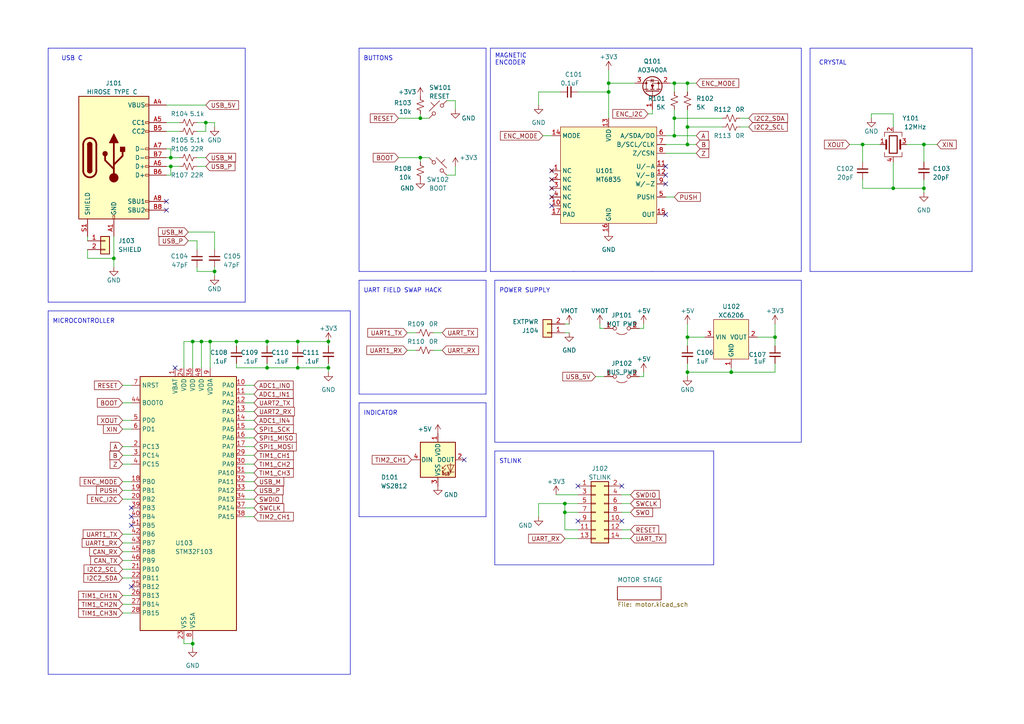
<source format=kicad_sch>
(kicad_sch (version 20230221) (generator eeschema)
  (paper "A4")
  (title_block (title "easyESC-STM32F103-encoded") (date "2023-03-11") (rev "1.0") (company "matei repair lab"))
  (lib_symbols
    (symbol "Connector:USB_C_Receptacle_USB2.0" (pin_names (offset 1.016))
      (property "Reference" "J" (at -10.16 19.05 0))
      (property "Value" "USB_C_Receptacle_USB2.0" (at 19.05 19.05 0))
      (symbol "USB_C_Receptacle_USB2.0_1_1"
        (pin passive line (at 0 -22.86 90) (length 5.08) (name "GND") (number "A1"))
        (pin passive line (at 0 -22.86 90) (length 5.08) hide (name "GND") (number "A12"))
        (pin passive line (at 15.24 15.24 180) (length 5.08) (name "VBUS") (number "A4"))
        (pin bidirectional line (at 15.24 10.16 180) (length 5.08) (name "CC1") (number "A5"))
        (pin bidirectional line (at 15.24 -2.54 180) (length 5.08) (name "D+") (number "A6"))
        (pin bidirectional line (at 15.24 2.54 180) (length 5.08) (name "D-") (number "A7"))
        (pin bidirectional line (at 15.24 -12.7 180) (length 5.08) (name "SBU1") (number "A8"))
        (pin passive line (at 15.24 15.24 180) (length 5.08) hide (name "VBUS") (number "A9"))
        (pin passive line (at 0 -22.86 90) (length 5.08) hide (name "GND") (number "B1"))
        (pin passive line (at 0 -22.86 90) (length 5.08) hide (name "GND") (number "B12"))
        (pin passive line (at 15.24 15.24 180) (length 5.08) hide (name "VBUS") (number "B4"))
        (pin bidirectional line (at 15.24 7.62 180) (length 5.08) (name "CC2") (number "B5"))
        (pin bidirectional line (at 15.24 -5.08 180) (length 5.08) (name "D+") (number "B6"))
        (pin bidirectional line (at 15.24 0 180) (length 5.08) (name "D-") (number "B7"))
        (pin bidirectional line (at 15.24 -15.24 180) (length 5.08) (name "SBU2") (number "B8"))
        (pin passive line (at 15.24 15.24 180) (length 5.08) hide (name "VBUS") (number "B9"))
        (pin passive line (at -7.62 -22.86 90) (length 5.08) (name "SHIELD") (number "S1"))
      )
    )
    (symbol "Connector_Generic:Conn_01x02" (pin_names (offset 1.016) hide)
      (property "Reference" "J" (at 0 2.54 0))
      (property "Value" "Conn_01x02" (at 0 -5.08 0))
      (symbol "Conn_01x02_1_1"
        (pin passive line (at -5.08 0 0) (length 3.81) (name "Pin_1") (number "1"))
        (pin passive line (at -5.08 -2.54 0) (length 3.81) (name "Pin_2") (number "2"))
      )
    )
    (symbol "Connector_Generic:Conn_02x07_Odd_Even" (pin_names (offset 1.016) hide)
      (property "Reference" "J" (at 1.27 10.16 0))
      (property "Value" "Conn_02x07_Odd_Even" (at 1.27 -10.16 0))
      (symbol "Conn_02x07_Odd_Even_1_1"
        (pin passive line (at -5.08 7.62 0) (length 3.81) (name "Pin_1") (number "1"))
        (pin passive line (at 7.62 -2.54 180) (length 3.81) (name "Pin_10") (number "10"))
        (pin passive line (at -5.08 -5.08 0) (length 3.81) (name "Pin_11") (number "11"))
        (pin passive line (at 7.62 -5.08 180) (length 3.81) (name "Pin_12") (number "12"))
        (pin passive line (at -5.08 -7.62 0) (length 3.81) (name "Pin_13") (number "13"))
        (pin passive line (at 7.62 -7.62 180) (length 3.81) (name "Pin_14") (number "14"))
        (pin passive line (at 7.62 7.62 180) (length 3.81) (name "Pin_2") (number "2"))
        (pin passive line (at -5.08 5.08 0) (length 3.81) (name "Pin_3") (number "3"))
        (pin passive line (at 7.62 5.08 180) (length 3.81) (name "Pin_4") (number "4"))
        (pin passive line (at -5.08 2.54 0) (length 3.81) (name "Pin_5") (number "5"))
        (pin passive line (at 7.62 2.54 180) (length 3.81) (name "Pin_6") (number "6"))
        (pin passive line (at -5.08 0 0) (length 3.81) (name "Pin_7") (number "7"))
        (pin passive line (at 7.62 0 180) (length 3.81) (name "Pin_8") (number "8"))
        (pin passive line (at -5.08 -2.54 0) (length 3.81) (name "Pin_9") (number "9"))
      )
    )
    (symbol "Device:C_Small" (pin_numbers hide) (pin_names (offset 0.254) hide)
      (property "Reference" "C" (at 0.254 1.778 0))
      (property "Value" "C_Small" (at 0.254 -2.032 0))
      (symbol "C_Small_1_1"
        (pin passive line (at 0 2.54 270) (length 2.032) (name "~") (number "1"))
        (pin passive line (at 0 -2.54 90) (length 2.032) (name "~") (number "2"))
      )
    )
    (symbol "Device:Crystal_GND24" (pin_names (offset 1.016) hide)
      (property "Reference" "Y" (at 3.175 5.08 0))
      (property "Value" "Crystal_GND24" (at 3.175 3.175 0))
      (symbol "Crystal_GND24_1_1"
        (pin passive line (at -3.81 0 0) (length 1.27) (name "1") (number "1"))
        (pin passive line (at 0 5.08 270) (length 1.27) (name "2") (number "2"))
        (pin passive line (at 3.81 0 180) (length 1.27) (name "3") (number "3"))
        (pin passive line (at 0 -5.08 90) (length 1.27) (name "4") (number "4"))
      )
    )
    (symbol "Device:R_Small_US" (pin_numbers hide) (pin_names (offset 0.254) hide)
      (property "Reference" "R" (at 0.762 0.508 0))
      (property "Value" "R_Small_US" (at 0.762 -1.016 0))
      (symbol "R_Small_US_1_1"
        (pin passive line (at 0 2.54 270) (length 1.016) (name "~") (number "1"))
        (pin passive line (at 0 -2.54 90) (length 1.016) (name "~") (number "2"))
      )
    )
    (symbol "Jumper:Jumper_2_Open" (pin_names (offset 0) hide)
      (property "Reference" "JP" (at 0 2.794 0))
      (property "Value" "Jumper_2_Open" (at 0 -2.286 0))
      (symbol "Jumper_2_Open_1_1"
        (pin passive line (at -5.08 0 0) (length 2.54) (name "A") (number "1"))
        (pin passive line (at 5.08 0 180) (length 2.54) (name "B") (number "2"))
      )
    )
    (symbol "LED:WS2812B" (pin_names (offset 0.254))
      (property "Reference" "D" (at 5.08 5.715 0))
      (property "Value" "WS2812B" (at 1.27 -5.715 0))
      (symbol "WS2812B_0_0"
        (text "RGB" (at 2.286 -4.191 0) (effects (font (size 0.762 0.762))))
      )
      (symbol "WS2812B_1_1"
        (pin power_in line (at 0 7.62 270) (length 2.54) (name "VDD") (number "1"))
        (pin output line (at 7.62 0 180) (length 2.54) (name "DOUT") (number "2"))
        (pin power_in line (at 0 -7.62 90) (length 2.54) (name "VSS") (number "3"))
        (pin input line (at -7.62 0 0) (length 2.54) (name "DIN") (number "4"))
      )
    )
    (symbol "MCU_ST_STM32F1:STM32F103CBTx"
      (property "Reference" "U" (at -12.7 39.37 0))
      (property "Value" "STM32F103CBTx" (at 10.16 39.37 0))
      (symbol "STM32F103CBTx_1_1"
        (pin power_in line (at -2.54 40.64 270) (length 2.54) (name "VBAT") (number "1"))
        (pin bidirectional line (at 17.78 35.56 180) (length 2.54) (name "PA0") (number "10"))
        (pin bidirectional line (at 17.78 33.02 180) (length 2.54) (name "PA1") (number "11"))
        (pin bidirectional line (at 17.78 30.48 180) (length 2.54) (name "PA2") (number "12"))
        (pin bidirectional line (at 17.78 27.94 180) (length 2.54) (name "PA3") (number "13"))
        (pin bidirectional line (at 17.78 25.4 180) (length 2.54) (name "PA4") (number "14"))
        (pin bidirectional line (at 17.78 22.86 180) (length 2.54) (name "PA5") (number "15"))
        (pin bidirectional line (at 17.78 20.32 180) (length 2.54) (name "PA6") (number "16"))
        (pin bidirectional line (at 17.78 17.78 180) (length 2.54) (name "PA7") (number "17"))
        (pin bidirectional line (at -15.24 7.62 0) (length 2.54) (name "PB0") (number "18"))
        (pin bidirectional line (at -15.24 5.08 0) (length 2.54) (name "PB1") (number "19"))
        (pin bidirectional line (at -15.24 17.78 0) (length 2.54) (name "PC13") (number "2"))
        (pin bidirectional line (at -15.24 2.54 0) (length 2.54) (name "PB2") (number "20"))
        (pin bidirectional line (at -15.24 -17.78 0) (length 2.54) (name "PB10") (number "21"))
        (pin bidirectional line (at -15.24 -20.32 0) (length 2.54) (name "PB11") (number "22"))
        (pin power_in line (at 0 -38.1 90) (length 2.54) (name "VSS") (number "23"))
        (pin power_in line (at 0 40.64 270) (length 2.54) (name "VDD") (number "24"))
        (pin bidirectional line (at -15.24 -22.86 0) (length 2.54) (name "PB12") (number "25"))
        (pin bidirectional line (at -15.24 -25.4 0) (length 2.54) (name "PB13") (number "26"))
        (pin bidirectional line (at -15.24 -27.94 0) (length 2.54) (name "PB14") (number "27"))
        (pin bidirectional line (at -15.24 -30.48 0) (length 2.54) (name "PB15") (number "28"))
        (pin bidirectional line (at 17.78 15.24 180) (length 2.54) (name "PA8") (number "29"))
        (pin bidirectional line (at -15.24 15.24 0) (length 2.54) (name "PC14") (number "3"))
        (pin bidirectional line (at 17.78 12.7 180) (length 2.54) (name "PA9") (number "30"))
        (pin bidirectional line (at 17.78 10.16 180) (length 2.54) (name "PA10") (number "31"))
        (pin bidirectional line (at 17.78 7.62 180) (length 2.54) (name "PA11") (number "32"))
        (pin bidirectional line (at 17.78 5.08 180) (length 2.54) (name "PA12") (number "33"))
        (pin bidirectional line (at 17.78 2.54 180) (length 2.54) (name "PA13") (number "34"))
        (pin passive line (at 0 -38.1 90) (length 2.54) hide (name "VSS") (number "35"))
        (pin power_in line (at 2.54 40.64 270) (length 2.54) (name "VDD") (number "36"))
        (pin bidirectional line (at 17.78 0 180) (length 2.54) (name "PA14") (number "37"))
        (pin bidirectional line (at 17.78 -2.54 180) (length 2.54) (name "PA15") (number "38"))
        (pin bidirectional line (at -15.24 0 0) (length 2.54) (name "PB3") (number "39"))
        (pin bidirectional line (at -15.24 12.7 0) (length 2.54) (name "PC15") (number "4"))
        (pin bidirectional line (at -15.24 -2.54 0) (length 2.54) (name "PB4") (number "40"))
        (pin bidirectional line (at -15.24 -5.08 0) (length 2.54) (name "PB5") (number "41"))
        (pin bidirectional line (at -15.24 -7.62 0) (length 2.54) (name "PB6") (number "42"))
        (pin bidirectional line (at -15.24 -10.16 0) (length 2.54) (name "PB7") (number "43"))
        (pin input line (at -15.24 30.48 0) (length 2.54) (name "BOOT0") (number "44"))
        (pin bidirectional line (at -15.24 -12.7 0) (length 2.54) (name "PB8") (number "45"))
        (pin bidirectional line (at -15.24 -15.24 0) (length 2.54) (name "PB9") (number "46"))
        (pin passive line (at 0 -38.1 90) (length 2.54) hide (name "VSS") (number "47"))
        (pin power_in line (at 5.08 40.64 270) (length 2.54) (name "VDD") (number "48"))
        (pin bidirectional line (at -15.24 25.4 0) (length 2.54) (name "PD0") (number "5"))
        (pin bidirectional line (at -15.24 22.86 0) (length 2.54) (name "PD1") (number "6"))
        (pin input line (at -15.24 35.56 0) (length 2.54) (name "NRST") (number "7"))
        (pin power_in line (at 2.54 -38.1 90) (length 2.54) (name "VSSA") (number "8"))
        (pin power_in line (at 7.62 40.64 270) (length 2.54) (name "VDDA") (number "9"))
      )
    )
    (symbol "Switch:SW_Push_45deg" (pin_numbers hide) (pin_names (offset 1.016) hide)
      (property "Reference" "SW" (at 3.048 1.016 0))
      (property "Value" "SW_Push_45deg" (at 0 -3.81 0))
      (symbol "SW_Push_45deg_0_1"
        (pin passive line (at -2.54 2.54 0) (length 0) (name "1") (number "1"))
        (pin passive line (at 2.54 -2.54 180) (length 0) (name "2") (number "2"))
      )
    )
    (symbol "Transistor_FET:AO3400A" (pin_names hide)
      (property "Reference" "Q" (at 5.08 1.905 0))
      (property "Value" "AO3400A" (at 5.08 0 0))
      (symbol "AO3400A_1_1"
        (pin input line (at -5.08 0 0) (length 2.54) (name "G") (number "1"))
        (pin passive line (at 2.54 -5.08 90) (length 2.54) (name "S") (number "2"))
        (pin passive line (at 2.54 5.08 270) (length 2.54) (name "D") (number "3"))
      )
    )
    (symbol "matei:MT6701"
      (property "Reference" "U" (at -1.27 3.81 0))
      (symbol "MT6701_0_0"
        (pin no_connect line (at -16.51 1.27 0) (length 2.54) (name "NC") (number "1"))
        (pin unspecified line (at -16.51 -8.89 0) (length 2.54) (name "NC") (number "10"))
        (pin unspecified line (at 0 16.51 270) (length 2.54) (name "VDD") (number "13"))
        (pin unspecified line (at -16.51 11.43 0) (length 2.54) (name "MODE") (number "14"))
        (pin unspecified line (at 16.51 -11.43 180) (length 2.54) (name "OUT") (number "15"))
        (pin unspecified line (at 0 -16.51 90) (length 2.54) (name "GND") (number "16"))
        (pin unspecified line (at -16.51 -11.43 0) (length 2.54) (name "PAD") (number "17"))
        (pin no_connect line (at -16.51 -1.27 0) (length 2.54) (name "NC") (number "2"))
        (pin no_connect line (at -16.51 -3.81 0) (length 2.54) (name "NC") (number "3"))
        (pin no_connect line (at -16.51 -6.35 0) (length 2.54) (name "NC") (number "4"))
        (pin unspecified line (at 16.51 -6.35 180) (length 2.54) (name "PUSH") (number "5"))
        (pin unspecified line (at 16.51 11.43 180) (length 2.54) (name "A/SDA/DO") (number "6"))
        (pin unspecified line (at 16.51 8.89 180) (length 2.54) (name "B/SCL/CLK") (number "7"))
        (pin unspecified line (at 16.51 6.35 180) (length 2.54) (name "Z/CSN") (number "8"))
      )
      (symbol "MT6701_1_0"
        (pin unspecified line (at 16.51 2.54 180) (length 2.54) (name "U/-A") (number "11"))
        (pin unspecified line (at 16.51 0 180) (length 2.54) (name "V/-B") (number "12"))
        (pin unspecified line (at 16.51 -2.54 180) (length 2.54) (name "W/-Z") (number "9"))
      )
    )
    (symbol "matei:XC6206"
      (property "Reference" "U" (at -3.81 6.35 0))
      (property "Value" "XC6206" (at 0 2.54 0))
      (symbol "XC6206_1_1"
        (pin input line (at 0 -8.89 90) (length 2.54) (name "GND") (number "1"))
        (pin input line (at 7.62 0 180) (length 2.54) (name "VOUT") (number "2"))
        (pin input line (at -7.62 0 0) (length 2.54) (name "VIN") (number "3"))
      )
    )
    (symbol "power:+3V3" (power) (pin_names (offset 0))
      (property "Value" "+3V3" (at 0 3.556 0))
      (symbol "+3V3_1_1"
        (pin power_in line (at 0 0 90) (length 0) hide (name "+3V3") (number "1"))
      )
    )
    (symbol "power:+5V" (power) (pin_names (offset 0))
      (property "Value" "+5V" (at 0 3.556 0))
      (symbol "+5V_1_1"
        (pin power_in line (at 0 0 90) (length 0) hide (name "+5V") (number "1"))
      )
    )
    (symbol "power:GND" (power) (pin_names (offset 0))
      (property "Value" "GND" (at 0 -3.81 0))
      (symbol "GND_1_1"
        (pin power_in line (at 0 0 270) (length 0) hide (name "GND") (number "1"))
      )
    )
    (symbol "power:VMOT" (power) (pin_names (offset 0))
      (property "Value" "VMOT" (at 0 3.81 0))
      (symbol "VMOT_1_1"
        (pin power_in line (at 0 0 90) (length 0) hide (name "VMOT") (number "1"))
      )
    )
  )
  (junction (at 250.19 41.91))
  (junction (at 49.53 48.26))
  (junction (at 195.58 39.37))
  (junction (at 163.83 148.59))
  (junction (at 121.92 34.29))
  (junction (at 86.36 106.68))
  (junction (at 86.36 99.06))
  (junction (at 121.92 45.72))
  (junction (at 176.53 26.67))
  (junction (at 224.79 97.79))
  (junction (at 267.97 54.61))
  (junction (at 212.09 107.95))
  (junction (at 176.53 24.13))
  (junction (at 77.47 106.68))
  (junction (at 58.42 99.06))
  (junction (at 199.39 24.13))
  (junction (at 195.58 24.13))
  (junction (at 62.23 78.74))
  (junction (at 199.39 97.79))
  (junction (at 55.88 186.69))
  (junction (at 59.69 35.56))
  (junction (at 199.39 41.91))
  (junction (at 77.47 99.06))
  (junction (at 33.02 74.93))
  (junction (at 267.97 41.91))
  (junction (at 259.08 54.61))
  (junction (at 95.25 106.68))
  (junction (at 55.88 99.06))
  (junction (at 199.39 36.83))
  (junction (at 163.83 146.05))
  (junction (at 49.53 45.72))
  (junction (at 95.25 99.06))
  (junction (at 199.39 107.95))
  (junction (at 68.58 99.06))
  (junction (at 60.96 99.06))
  (junction (at 195.58 34.29))
  (no_connect (at 160.02 54.61))
  (no_connect (at 167.64 140.97))
  (no_connect (at 134.62 133.35))
  (no_connect (at 38.1 147.32))
  (no_connect (at 160.02 59.69))
  (no_connect (at 193.04 50.8))
  (no_connect (at 48.26 60.96))
  (no_connect (at 38.1 152.4))
  (no_connect (at 160.02 49.53))
  (no_connect (at 180.34 140.97))
  (no_connect (at 160.02 52.07))
  (no_connect (at 193.04 48.26))
  (no_connect (at 193.04 53.34))
  (no_connect (at 193.04 62.23))
  (no_connect (at 38.1 170.18))
  (no_connect (at 167.64 151.13))
  (no_connect (at 48.26 58.42))
  (no_connect (at 160.02 57.15))
  (no_connect (at 180.34 151.13))
  (no_connect (at 50.8 106.68))
  (no_connect (at 38.1 149.86))
  (wire (pts (xy 35.56 177.8) (xy 38.1 177.8)))
  (wire (pts (xy 77.47 105.41) (xy 77.47 106.68)))
  (wire (pts (xy 193.04 41.91) (xy 199.39 41.91)))
  (wire (pts (xy 71.12 124.46) (xy 73.66 124.46)))
  (wire (pts (xy 95.25 99.06) (xy 86.36 99.06)))
  (wire (pts (xy 167.64 143.51) (xy 161.29 143.51)))
  (wire (pts (xy 86.36 99.06) (xy 77.47 99.06)))
  (wire (pts (xy 193.04 39.37) (xy 195.58 39.37)))
  (wire (pts (xy 68.58 105.41) (xy 68.58 106.68)))
  (wire (pts (xy 71.12 142.24) (xy 73.66 142.24)))
  (wire (pts (xy 71.12 137.16) (xy 73.66 137.16)))
  (polyline (pts (xy 142.24 13.97) (xy 232.41 13.97)))
  (wire (pts (xy 163.83 146.05) (xy 167.64 146.05)))
  (wire (pts (xy 180.34 148.59) (xy 182.88 148.59)))
  (wire (pts (xy 176.53 24.13) (xy 176.53 26.67)))
  (wire (pts (xy 267.97 41.91) (xy 267.97 46.99)))
  (wire (pts (xy 195.58 24.13) (xy 195.58 26.67)))
  (wire (pts (xy 35.56 165.1) (xy 38.1 165.1)))
  (wire (pts (xy 54.61 67.31) (xy 62.23 67.31)))
  (wire (pts (xy 71.12 134.62) (xy 73.66 134.62)))
  (wire (pts (xy 57.15 69.85) (xy 57.15 72.39)))
  (polyline (pts (xy 166.37 78.74) (xy 189.23 78.74)))
  (polyline (pts (xy 142.24 78.74) (xy 166.37 78.74)))
  (wire (pts (xy 167.64 26.67) (xy 176.53 26.67)))
  (wire (pts (xy 86.36 106.68) (xy 95.25 106.68)))
  (polyline (pts (xy 143.51 81.28) (xy 232.41 81.28)))
  (wire (pts (xy 185.42 95.25) (xy 186.69 95.25)))
  (wire (pts (xy 195.58 34.29) (xy 209.55 34.29)))
  (wire (pts (xy 35.56 172.72) (xy 38.1 172.72)))
  (wire (pts (xy 118.11 101.6) (xy 120.65 101.6)))
  (wire (pts (xy 165.1 93.98) (xy 163.83 93.98)))
  (polyline (pts (xy 189.23 78.74) (xy 232.41 78.74)))
  (wire (pts (xy 156.21 30.48) (xy 156.21 26.67)))
  (wire (pts (xy 57.15 35.56) (xy 59.69 35.56)))
  (wire (pts (xy 163.83 148.59) (xy 163.83 146.05)))
  (polyline (pts (xy 143.51 130.81) (xy 207.01 130.81)))
  (wire (pts (xy 35.56 175.26) (xy 38.1 175.26)))
  (wire (pts (xy 35.56 134.62) (xy 38.1 134.62)))
  (wire (pts (xy 58.42 99.06) (xy 55.88 99.06)))
  (wire (pts (xy 224.79 97.79) (xy 224.79 100.33)))
  (wire (pts (xy 250.19 41.91) (xy 246.38 41.91)))
  (wire (pts (xy 71.12 111.76) (xy 73.66 111.76)))
  (wire (pts (xy 77.47 106.68) (xy 86.36 106.68)))
  (wire (pts (xy 224.79 107.95) (xy 212.09 107.95)))
  (polyline (pts (xy 140.97 149.86) (xy 140.97 116.84)))
  (wire (pts (xy 58.42 99.06) (xy 58.42 106.68)))
  (wire (pts (xy 259.08 33.02) (xy 259.08 36.83)))
  (wire (pts (xy 199.39 31.75) (xy 199.39 36.83)))
  (wire (pts (xy 121.92 46.99) (xy 121.92 45.72)))
  (wire (pts (xy 71.12 139.7) (xy 73.66 139.7)))
  (polyline (pts (xy 13.97 13.97) (xy 71.12 13.97)))
  (wire (pts (xy 163.83 156.21) (xy 167.64 156.21)))
  (wire (pts (xy 157.48 39.37) (xy 160.02 39.37)))
  (wire (pts (xy 125.73 101.6) (xy 128.27 101.6)))
  (wire (pts (xy 59.69 35.56) (xy 62.23 35.56)))
  (wire (pts (xy 121.92 45.72) (xy 124.46 45.72)))
  (wire (pts (xy 129.54 50.8) (xy 132.08 50.8)))
  (wire (pts (xy 95.25 106.68) (xy 95.25 107.95)))
  (wire (pts (xy 121.92 34.29) (xy 124.46 34.29)))
  (wire (pts (xy 71.12 114.3) (xy 73.66 114.3)))
  (wire (pts (xy 95.25 105.41) (xy 95.25 106.68)))
  (polyline (pts (xy 207.01 163.83) (xy 207.01 130.81)))
  (wire (pts (xy 167.64 153.67) (xy 163.83 153.67)))
  (wire (pts (xy 86.36 99.06) (xy 86.36 100.33)))
  (wire (pts (xy 25.4 68.58) (xy 25.4 69.85)))
  (wire (pts (xy 259.08 54.61) (xy 267.97 54.61)))
  (wire (pts (xy 71.12 149.86) (xy 73.66 149.86)))
  (wire (pts (xy 163.83 148.59) (xy 167.64 148.59)))
  (wire (pts (xy 173.99 93.98) (xy 173.99 95.25)))
  (polyline (pts (xy 104.14 116.84) (xy 140.97 116.84)))
  (wire (pts (xy 189.23 33.02) (xy 189.23 31.75)))
  (wire (pts (xy 33.02 74.93) (xy 33.02 77.47)))
  (wire (pts (xy 62.23 35.56) (xy 62.23 36.83)))
  (wire (pts (xy 267.97 52.07) (xy 267.97 54.61)))
  (wire (pts (xy 49.53 50.8) (xy 49.53 48.26)))
  (wire (pts (xy 62.23 78.74) (xy 62.23 80.01)))
  (wire (pts (xy 95.25 99.06) (xy 95.25 100.33)))
  (wire (pts (xy 115.57 34.29) (xy 121.92 34.29)))
  (polyline (pts (xy 104.14 114.3) (xy 140.97 114.3)))
  (wire (pts (xy 199.39 97.79) (xy 199.39 100.33)))
  (wire (pts (xy 267.97 54.61) (xy 267.97 55.88)))
  (wire (pts (xy 262.89 41.91) (xy 267.97 41.91)))
  (wire (pts (xy 48.26 35.56) (xy 52.07 35.56)))
  (wire (pts (xy 173.99 95.25) (xy 175.26 95.25)))
  (polyline (pts (xy 281.94 78.74) (xy 281.94 13.97)))
  (wire (pts (xy 132.08 29.21) (xy 132.08 31.75)))
  (wire (pts (xy 57.15 45.72) (xy 59.69 45.72)))
  (polyline (pts (xy 104.14 81.28) (xy 104.14 114.3)))
  (wire (pts (xy 54.61 69.85) (xy 57.15 69.85)))
  (wire (pts (xy 201.93 24.13) (xy 199.39 24.13)))
  (wire (pts (xy 250.19 41.91) (xy 250.19 46.99)))
  (wire (pts (xy 252.73 33.02) (xy 252.73 34.29)))
  (wire (pts (xy 35.56 144.78) (xy 38.1 144.78)))
  (wire (pts (xy 195.58 34.29) (xy 195.58 39.37)))
  (wire (pts (xy 77.47 99.06) (xy 68.58 99.06)))
  (wire (pts (xy 35.56 162.56) (xy 38.1 162.56)))
  (wire (pts (xy 53.34 99.06) (xy 53.34 106.68)))
  (polyline (pts (xy 232.41 27.94) (xy 232.41 78.74)))
  (polyline (pts (xy 143.51 163.83) (xy 207.01 163.83)))
  (wire (pts (xy 195.58 39.37) (xy 201.93 39.37)))
  (wire (pts (xy 60.96 99.06) (xy 60.96 106.68)))
  (polyline (pts (xy 104.14 116.84) (xy 104.14 149.86)))
  (wire (pts (xy 48.26 45.72) (xy 49.53 45.72)))
  (wire (pts (xy 35.56 139.7) (xy 38.1 139.7)))
  (wire (pts (xy 35.56 124.46) (xy 38.1 124.46)))
  (wire (pts (xy 129.54 29.21) (xy 132.08 29.21)))
  (polyline (pts (xy 143.51 81.28) (xy 143.51 128.27)))
  (wire (pts (xy 259.08 33.02) (xy 252.73 33.02)))
  (polyline (pts (xy 13.97 13.97) (xy 13.97 87.63)))
  (wire (pts (xy 33.02 68.58) (xy 33.02 74.93)))
  (wire (pts (xy 68.58 99.06) (xy 68.58 100.33)))
  (polyline (pts (xy 13.97 87.63) (xy 71.12 87.63)))
  (wire (pts (xy 163.83 146.05) (xy 156.21 146.05)))
  (wire (pts (xy 212.09 106.68) (xy 212.09 107.95)))
  (wire (pts (xy 224.79 105.41) (xy 224.79 107.95)))
  (wire (pts (xy 71.12 119.38) (xy 73.66 119.38)))
  (polyline (pts (xy 13.97 90.17) (xy 13.97 195.58)))
  (wire (pts (xy 180.34 153.67) (xy 182.88 153.67)))
  (wire (pts (xy 55.88 99.06) (xy 55.88 106.68)))
  (polyline (pts (xy 232.41 13.97) (xy 232.41 27.94)))
  (wire (pts (xy 86.36 105.41) (xy 86.36 106.68)))
  (wire (pts (xy 57.15 48.26) (xy 59.69 48.26)))
  (wire (pts (xy 163.83 153.67) (xy 163.83 148.59)))
  (wire (pts (xy 57.15 78.74) (xy 62.23 78.74)))
  (wire (pts (xy 55.88 186.69) (xy 55.88 187.96)))
  (wire (pts (xy 49.53 48.26) (xy 52.07 48.26)))
  (wire (pts (xy 219.71 97.79) (xy 224.79 97.79)))
  (wire (pts (xy 199.39 109.22) (xy 199.39 107.95)))
  (wire (pts (xy 55.88 185.42) (xy 55.88 186.69)))
  (wire (pts (xy 224.79 93.98) (xy 224.79 97.79)))
  (wire (pts (xy 35.56 142.24) (xy 38.1 142.24)))
  (polyline (pts (xy 104.14 149.86) (xy 140.97 149.86)))
  (wire (pts (xy 172.72 109.22) (xy 175.26 109.22)))
  (wire (pts (xy 55.88 99.06) (xy 53.34 99.06)))
  (wire (pts (xy 250.19 41.91) (xy 255.27 41.91)))
  (wire (pts (xy 186.69 95.25) (xy 186.69 93.98)))
  (wire (pts (xy 57.15 38.1) (xy 59.69 38.1)))
  (wire (pts (xy 180.34 143.51) (xy 182.88 143.51)))
  (wire (pts (xy 250.19 52.07) (xy 250.19 54.61)))
  (wire (pts (xy 199.39 105.41) (xy 199.39 107.95)))
  (polyline (pts (xy 13.97 90.17) (xy 101.6 90.17)))
  (wire (pts (xy 35.56 121.92) (xy 38.1 121.92)))
  (wire (pts (xy 35.56 167.64) (xy 38.1 167.64)))
  (polyline (pts (xy 143.51 130.81) (xy 143.51 163.83)))
  (wire (pts (xy 48.26 43.18) (xy 49.53 43.18)))
  (wire (pts (xy 57.15 77.47) (xy 57.15 78.74)))
  (wire (pts (xy 176.53 24.13) (xy 184.15 24.13)))
  (wire (pts (xy 71.12 144.78) (xy 73.66 144.78)))
  (wire (pts (xy 176.53 26.67) (xy 176.53 34.29)))
  (wire (pts (xy 53.34 186.69) (xy 55.88 186.69)))
  (wire (pts (xy 115.57 45.72) (xy 121.92 45.72)))
  (polyline (pts (xy 140.97 78.74) (xy 140.97 13.97)))
  (wire (pts (xy 186.69 109.22) (xy 186.69 107.95)))
  (wire (pts (xy 259.08 46.99) (xy 259.08 54.61)))
  (wire (pts (xy 189.23 33.02) (xy 187.96 33.02)))
  (wire (pts (xy 132.08 50.8) (xy 132.08 48.26)))
  (wire (pts (xy 71.12 147.32) (xy 73.66 147.32)))
  (wire (pts (xy 199.39 97.79) (xy 204.47 97.79)))
  (wire (pts (xy 35.56 111.76) (xy 38.1 111.76)))
  (polyline (pts (xy 13.97 195.58) (xy 101.6 195.58)))
  (wire (pts (xy 250.19 54.61) (xy 259.08 54.61)))
  (wire (pts (xy 194.31 24.13) (xy 195.58 24.13)))
  (wire (pts (xy 199.39 93.98) (xy 199.39 97.79)))
  (wire (pts (xy 62.23 67.31) (xy 62.23 72.39)))
  (wire (pts (xy 35.56 154.94) (xy 38.1 154.94)))
  (wire (pts (xy 77.47 99.06) (xy 77.47 100.33)))
  (polyline (pts (xy 142.24 46.99) (xy 142.24 13.97)))
  (wire (pts (xy 60.96 99.06) (xy 58.42 99.06)))
  (wire (pts (xy 212.09 107.95) (xy 199.39 107.95)))
  (wire (pts (xy 199.39 24.13) (xy 199.39 26.67)))
  (wire (pts (xy 121.92 33.02) (xy 121.92 34.29)))
  (wire (pts (xy 214.63 34.29) (xy 217.17 34.29)))
  (wire (pts (xy 49.53 43.18) (xy 49.53 45.72)))
  (wire (pts (xy 48.26 48.26) (xy 49.53 48.26)))
  (wire (pts (xy 180.34 146.05) (xy 182.88 146.05)))
  (wire (pts (xy 35.56 129.54) (xy 38.1 129.54)))
  (wire (pts (xy 156.21 26.67) (xy 162.56 26.67)))
  (wire (pts (xy 71.12 116.84) (xy 73.66 116.84)))
  (wire (pts (xy 118.11 96.52) (xy 120.65 96.52)))
  (polyline (pts (xy 104.14 13.97) (xy 140.97 13.97)))
  (wire (pts (xy 71.12 121.92) (xy 73.66 121.92)))
  (wire (pts (xy 195.58 31.75) (xy 195.58 34.29)))
  (polyline (pts (xy 142.24 46.99) (xy 142.24 78.74)))
  (wire (pts (xy 48.26 30.48) (xy 59.69 30.48)))
  (wire (pts (xy 62.23 77.47) (xy 62.23 78.74)))
  (wire (pts (xy 199.39 36.83) (xy 209.55 36.83)))
  (polyline (pts (xy 104.14 13.97) (xy 104.14 78.74)))
  (polyline (pts (xy 71.12 87.63) (xy 71.12 13.97)))
  (wire (pts (xy 49.53 45.72) (xy 52.07 45.72)))
  (polyline (pts (xy 140.97 114.3) (xy 140.97 81.28)))
  (wire (pts (xy 71.12 129.54) (xy 73.66 129.54)))
  (wire (pts (xy 176.53 20.32) (xy 176.53 24.13)))
  (wire (pts (xy 35.56 157.48) (xy 38.1 157.48)))
  (wire (pts (xy 35.56 116.84) (xy 38.1 116.84)))
  (wire (pts (xy 193.04 57.15) (xy 195.58 57.15)))
  (wire (pts (xy 25.4 74.93) (xy 33.02 74.93)))
  (wire (pts (xy 193.04 44.45) (xy 201.93 44.45)))
  (wire (pts (xy 68.58 106.68) (xy 77.47 106.68)))
  (wire (pts (xy 185.42 109.22) (xy 186.69 109.22)))
  (wire (pts (xy 48.26 38.1) (xy 52.07 38.1)))
  (polyline (pts (xy 104.14 81.28) (xy 140.97 81.28)))
  (wire (pts (xy 214.63 36.83) (xy 217.17 36.83)))
  (wire (pts (xy 199.39 41.91) (xy 201.93 41.91)))
  (wire (pts (xy 165.1 96.52) (xy 163.83 96.52)))
  (wire (pts (xy 25.4 72.39) (xy 25.4 74.93)))
  (polyline (pts (xy 143.51 128.27) (xy 232.41 128.27)))
  (wire (pts (xy 60.96 99.06) (xy 68.58 99.06)))
  (wire (pts (xy 71.12 127) (xy 73.66 127)))
  (wire (pts (xy 156.21 146.05) (xy 156.21 149.86)))
  (polyline (pts (xy 232.41 128.27) (xy 232.41 81.28)))
  (polyline (pts (xy 234.95 13.97) (xy 234.95 78.74)))
  (wire (pts (xy 35.56 132.08) (xy 38.1 132.08)))
  (wire (pts (xy 59.69 38.1) (xy 59.69 35.56)))
  (wire (pts (xy 53.34 185.42) (xy 53.34 186.69)))
  (wire (pts (xy 195.58 24.13) (xy 199.39 24.13)))
  (polyline (pts (xy 234.95 13.97) (xy 281.94 13.97)))
  (wire (pts (xy 125.73 96.52) (xy 128.27 96.52)))
  (wire (pts (xy 71.12 132.08) (xy 73.66 132.08)))
  (polyline (pts (xy 101.6 195.58) (xy 101.6 90.17)))
  (wire (pts (xy 35.56 160.02) (xy 38.1 160.02)))
  (wire (pts (xy 180.34 156.21) (xy 182.88 156.21)))
  (polyline (pts (xy 104.14 78.74) (xy 140.97 78.74)))
  (wire (pts (xy 199.39 36.83) (xy 199.39 41.91)))
  (wire (pts (xy 48.26 50.8) (xy 49.53 50.8)))
  (polyline (pts (xy 234.95 78.74) (xy 281.94 78.74)))
  (wire (pts (xy 267.97 41.91) (xy 271.78 41.91)))
  (text "INDICATOR" (at 105.41 120.65 0) (effects (font (size 1.27 1.27)) (justify left bottom)))
  (text "USB C" (at 17.78 17.78 0) (effects (font (size 1.27 1.27)) (justify left bottom)))
  (text "POWER SUPPLY" (at 144.78 85.09 0) (effects (font (size 1.27 1.27)) (justify left bottom)))
  (text "STLINK" (at 144.78 134.62 0) (effects (font (size 1.27 1.27)) (justify left bottom)))
  (text "MAGNETIC\nENCODER" (at 143.51 19.05 0) (effects (font (size 1.27 1.27)) (justify left bottom)))
  (text "BUTTONS" (at 105.41 17.78 0) (effects (font (size 1.27 1.27)) (justify left bottom)))
  (text "UART FIELD SWAP HACK" (at 105.41 85.09 0) (effects (font (size 1.27 1.27)) (justify left bottom)))
  (text "MICROCONTROLLER" (at 15.24 93.98 0) (effects (font (size 1.27 1.27)) (justify left bottom)))
  (text "CRYSTAL" (at 237.49 19.05 0) (effects (font (size 1.27 1.27)) (justify left bottom)))
  (global_label "SWDIO" (shape input) (at 182.88 143.51 0) (property "Intersheetrefs" "${INTERSHEET_REFS}" (effects hide)))
  (global_label "I2C2_SCL" (shape input) (at 217.17 36.83 0) (property "Intersheetrefs" "${INTERSHEET_REFS}" (effects hide)))
  (global_label "UART2_RX" (shape input) (at 73.66 119.38 0) (property "Intersheetrefs" "${INTERSHEET_REFS}" (effects hide)))
  (global_label "TIM1_CH3N" (shape input) (at 35.56 177.8 180) (property "Intersheetrefs" "${INTERSHEET_REFS}" (effects hide)))
  (global_label "UART1_RX" (shape input) (at 35.56 157.48 180) (property "Intersheetrefs" "${INTERSHEET_REFS}" (effects hide)))
  (global_label "USB_5V" (shape input) (at 172.72 109.22 180) (property "Intersheetrefs" "${INTERSHEET_REFS}" (effects hide)))
  (global_label "UART1_RX" (shape input) (at 118.11 101.6 180) (property "Intersheetrefs" "${INTERSHEET_REFS}" (effects hide)))
  (global_label "UART_TX" (shape input) (at 182.88 156.21 0) (property "Intersheetrefs" "${INTERSHEET_REFS}" (effects hide)))
  (global_label "ENC_MODE" (shape input) (at 35.56 139.7 180) (property "Intersheetrefs" "${INTERSHEET_REFS}" (effects hide)))
  (global_label "SPI1_SCK" (shape input) (at 73.66 124.46 0) (property "Intersheetrefs" "${INTERSHEET_REFS}" (effects hide)))
  (global_label "UART1_TX" (shape input) (at 35.56 154.94 180) (property "Intersheetrefs" "${INTERSHEET_REFS}" (effects hide)))
  (global_label "BOOT" (shape input) (at 35.56 116.84 180) (property "Intersheetrefs" "${INTERSHEET_REFS}" (effects hide)))
  (global_label "Z" (shape input) (at 201.93 44.45 0) (property "Intersheetrefs" "${INTERSHEET_REFS}" (effects hide)))
  (global_label "USB_M" (shape input) (at 59.69 45.72 0) (property "Intersheetrefs" "${INTERSHEET_REFS}" (effects hide)))
  (global_label "I2C2_SDA" (shape input) (at 35.56 167.64 180) (property "Intersheetrefs" "${INTERSHEET_REFS}" (effects hide)))
  (global_label "PUSH" (shape input) (at 35.56 142.24 180) (property "Intersheetrefs" "${INTERSHEET_REFS}" (effects hide)))
  (global_label "A" (shape input) (at 35.56 129.54 180) (property "Intersheetrefs" "${INTERSHEET_REFS}" (effects hide)))
  (global_label "UART2_TX" (shape input) (at 73.66 116.84 0) (property "Intersheetrefs" "${INTERSHEET_REFS}" (effects hide)))
  (global_label "SPI1_MOSI" (shape input) (at 73.66 129.54 0) (property "Intersheetrefs" "${INTERSHEET_REFS}" (effects hide)))
  (global_label "ADC1_IN4" (shape input) (at 73.66 121.92 0) (property "Intersheetrefs" "${INTERSHEET_REFS}" (effects hide)))
  (global_label "TIM2_CH1" (shape input) (at 119.38 133.35 180) (property "Intersheetrefs" "${INTERSHEET_REFS}" (effects hide)))
  (global_label "XIN" (shape input) (at 271.78 41.91 0) (property "Intersheetrefs" "${INTERSHEET_REFS}" (effects hide)))
  (global_label "RESET" (shape input) (at 35.56 111.76 180) (property "Intersheetrefs" "${INTERSHEET_REFS}" (effects hide)))
  (global_label "XOUT" (shape input) (at 35.56 121.92 180) (property "Intersheetrefs" "${INTERSHEET_REFS}" (effects hide)))
  (global_label "ADC1_IN0" (shape input) (at 73.66 111.76 0) (property "Intersheetrefs" "${INTERSHEET_REFS}" (effects hide)))
  (global_label "SWCLK" (shape input) (at 182.88 146.05 0) (property "Intersheetrefs" "${INTERSHEET_REFS}" (effects hide)))
  (global_label "I2C2_SDA" (shape input) (at 217.17 34.29 0) (property "Intersheetrefs" "${INTERSHEET_REFS}" (effects hide)))
  (global_label "B" (shape input) (at 201.93 41.91 0) (property "Intersheetrefs" "${INTERSHEET_REFS}" (effects hide)))
  (global_label "ADC1_IN1" (shape input) (at 73.66 114.3 0) (property "Intersheetrefs" "${INTERSHEET_REFS}" (effects hide)))
  (global_label "ENC_I2C" (shape input) (at 35.56 144.78 180) (property "Intersheetrefs" "${INTERSHEET_REFS}" (effects hide)))
  (global_label "XOUT" (shape input) (at 246.38 41.91 180) (property "Intersheetrefs" "${INTERSHEET_REFS}" (effects hide)))
  (global_label "I2C2_SCL" (shape input) (at 35.56 165.1 180) (property "Intersheetrefs" "${INTERSHEET_REFS}" (effects hide)))
  (global_label "SWDIO" (shape input) (at 73.66 144.78 0) (property "Intersheetrefs" "${INTERSHEET_REFS}" (effects hide)))
  (global_label "CAN_TX" (shape input) (at 35.56 162.56 180) (property "Intersheetrefs" "${INTERSHEET_REFS}" (effects hide)))
  (global_label "ENC_MODE" (shape input) (at 157.48 39.37 180) (property "Intersheetrefs" "${INTERSHEET_REFS}" (effects hide)))
  (global_label "ENC_MODE" (shape input) (at 201.93 24.13 0) (property "Intersheetrefs" "${INTERSHEET_REFS}" (effects hide)))
  (global_label "RESET" (shape input) (at 182.88 153.67 0) (property "Intersheetrefs" "${INTERSHEET_REFS}" (effects hide)))
  (global_label "XIN" (shape input) (at 35.56 124.46 180) (property "Intersheetrefs" "${INTERSHEET_REFS}" (effects hide)))
  (global_label "USB_P" (shape input) (at 59.69 48.26 0) (property "Intersheetrefs" "${INTERSHEET_REFS}" (effects hide)))
  (global_label "TIM1_CH1" (shape input) (at 73.66 132.08 0) (property "Intersheetrefs" "${INTERSHEET_REFS}" (effects hide)))
  (global_label "TIM1_CH2" (shape input) (at 73.66 134.62 0) (property "Intersheetrefs" "${INTERSHEET_REFS}" (effects hide)))
  (global_label "TIM1_CH2N" (shape input) (at 35.56 175.26 180) (property "Intersheetrefs" "${INTERSHEET_REFS}" (effects hide)))
  (global_label "TIM2_CH1" (shape input) (at 73.66 149.86 0) (property "Intersheetrefs" "${INTERSHEET_REFS}" (effects hide)))
  (global_label "UART_RX" (shape input) (at 128.27 101.6 0) (property "Intersheetrefs" "${INTERSHEET_REFS}" (effects hide)))
  (global_label "UART1_TX" (shape input) (at 118.11 96.52 180) (property "Intersheetrefs" "${INTERSHEET_REFS}" (effects hide)))
  (global_label "TIM1_CH3" (shape input) (at 73.66 137.16 0) (property "Intersheetrefs" "${INTERSHEET_REFS}" (effects hide)))
  (global_label "USB_5V" (shape input) (at 59.69 30.48 0) (property "Intersheetrefs" "${INTERSHEET_REFS}" (effects hide)))
  (global_label "USB_M" (shape input) (at 73.66 139.7 0) (property "Intersheetrefs" "${INTERSHEET_REFS}" (effects hide)))
  (global_label "USB_P" (shape input) (at 73.66 142.24 0) (property "Intersheetrefs" "${INTERSHEET_REFS}" (effects hide)))
  (global_label "SWCLK" (shape input) (at 73.66 147.32 0) (property "Intersheetrefs" "${INTERSHEET_REFS}" (effects hide)))
  (global_label "TIM1_CH1N" (shape input) (at 35.56 172.72 180) (property "Intersheetrefs" "${INTERSHEET_REFS}" (effects hide)))
  (global_label "UART_TX" (shape input) (at 128.27 96.52 0) (property "Intersheetrefs" "${INTERSHEET_REFS}" (effects hide)))
  (global_label "A" (shape input) (at 201.93 39.37 0) (property "Intersheetrefs" "${INTERSHEET_REFS}" (effects hide)))
  (global_label "UART_RX" (shape input) (at 163.83 156.21 180) (property "Intersheetrefs" "${INTERSHEET_REFS}" (effects hide)))
  (global_label "SPI1_MISO" (shape input) (at 73.66 127 0) (property "Intersheetrefs" "${INTERSHEET_REFS}" (effects hide)))
  (global_label "BOOT" (shape input) (at 115.57 45.72 180) (property "Intersheetrefs" "${INTERSHEET_REFS}" (effects hide)))
  (global_label "SWO" (shape input) (at 182.88 148.59 0) (property "Intersheetrefs" "${INTERSHEET_REFS}" (effects hide)))
  (global_label "ENC_I2C" (shape input) (at 187.96 33.02 180) (property "Intersheetrefs" "${INTERSHEET_REFS}" (effects hide)))
  (global_label "PUSH" (shape input) (at 195.58 57.15 0) (property "Intersheetrefs" "${INTERSHEET_REFS}" (effects hide)))
  (global_label "USB_M" (shape input) (at 54.61 67.31 180) (property "Intersheetrefs" "${INTERSHEET_REFS}" (effects hide)))
  (global_label "Z" (shape input) (at 35.56 134.62 180) (property "Intersheetrefs" "${INTERSHEET_REFS}" (effects hide)))
  (global_label "CAN_RX" (shape input) (at 35.56 160.02 180) (property "Intersheetrefs" "${INTERSHEET_REFS}" (effects hide)))
  (global_label "B" (shape input) (at 35.56 132.08 180) (property "Intersheetrefs" "${INTERSHEET_REFS}" (effects hide)))
  (global_label "RESET" (shape input) (at 115.57 34.29 180) (property "Intersheetrefs" "${INTERSHEET_REFS}" (effects hide)))
  (global_label "USB_P" (shape input) (at 54.61 69.85 180) (property "Intersheetrefs" "${INTERSHEET_REFS}" (effects hide)))
  (symbol (lib_id "matei:MT6701") (at 176.53 50.8 0) (unit 1)
    (property "Reference" "U101" (at 172.72 49.53 0) (effects (justify left)))
    (property "Value" "MT6835" (at 172.72 52.07 0) (effects (justify left)))
    (property "Footprint" "Package_DFN_QFN:QFN-16-1EP_3x3mm_P0.5mm_EP1.7x1.7mm" (effects hide))
    (property "Datasheet" "http://www.magntek.com.cn/upload/MT6835_Rev.1.2.pdf" (effects hide))
  )
  (symbol (lib_id "power:GND") (at 55.88 187.96 0) (unit 1)
    (property "Reference" "#PWR0128" (effects hide))
    (property "Value" "GND" (at 55.88 193.04 0))
  )
  (symbol (lib_id "Device:C_Small") (at 77.47 102.87 0) (unit 1)
    (property "Reference" "C109" (at 74.93 102.2413 0) (effects (justify right)))
    (property "Value" ".1uF" (at 74.93 104.7813 0) (effects (justify right)))
    (property "Footprint" "Capacitor_SMD:C_0402_1005Metric" (effects hide))
  )
  (symbol (lib_id "power:+5V") (at 127 125.73 0) (unit 1)
    (property "Reference" "#PWR0125" (effects hide))
    (property "Value" "+5V" (at 123.19 124.46 0))
  )
  (symbol (lib_id "Device:R_Small_US") (at 121.92 30.48 0) (unit 1)
    (property "Reference" "R103" (at 119.38 29.845 0) (effects (justify right)))
    (property "Value" "10k" (at 119.38 32.385 0) (effects (justify right)))
    (property "Footprint" "Resistor_SMD:R_0402_1005Metric" (effects hide))
  )
  (symbol (lib_id "power:GND") (at 132.08 31.75 0) (unit 1)
    (property "Reference" "#PWR0105" (effects hide))
    (property "Value" "GND" (at 135.89 34.29 0))
  )
  (symbol (lib_id "Device:C_Small") (at 199.39 102.87 0) (mirror y) (unit 1)
    (property "Reference" "C106" (at 201.93 102.2413 0) (effects (justify right)))
    (property "Value" "1uF" (at 201.93 104.7813 0) (effects (justify right)))
    (property "Footprint" "Capacitor_SMD:C_0402_1005Metric" (effects hide))
  )
  (symbol (lib_id "Switch:SW_Push_45deg") (at 127 48.26 0) (unit 1)
    (property "Reference" "SW102" (at 127 52.07 0))
    (property "Value" "BOOT" (at 127 54.61 0))
    (property "Footprint" "Jumper:SolderJumper-2_P1.3mm_Open_TrianglePad1.0x1.5mm" (effects hide))
  )
  (symbol (lib_id "power:VMOT") (at 173.99 93.98 0) (unit 1)
    (property "Reference" "#PWR0115" (effects hide))
    (property "Value" "VMOT" (at 173.99 90.17 0))
  )
  (symbol (lib_id "power:GND") (at 156.21 30.48 0) (unit 1)
    (property "Reference" "#PWR0111" (effects hide))
    (property "Value" "GND" (at 156.21 35.56 0))
  )
  (symbol (lib_id "Device:C_Small") (at 68.58 102.87 0) (unit 1)
    (property "Reference" "C108" (at 66.04 102.2413 0) (effects (justify right)))
    (property "Value" ".1uF" (at 66.04 104.7813 0) (effects (justify right)))
    (property "Footprint" "Capacitor_SMD:C_0402_1005Metric" (effects hide))
  )
  (symbol (lib_id "power:+3V3") (at 161.29 143.51 0) (unit 1)
    (property "Reference" "#PWR0107" (effects hide))
    (property "Value" "+3V3" (at 161.29 139.7 0))
  )
  (symbol (lib_id "power:+5V") (at 199.39 93.98 0) (unit 1)
    (property "Reference" "#PWR0113" (effects hide))
    (property "Value" "+5V" (at 199.39 90.17 0))
  )
  (symbol (lib_id "power:GND") (at 95.25 107.95 0) (unit 1)
    (property "Reference" "#PWR0124" (effects hide))
    (property "Value" "GND" (at 95.25 113.03 0))
  )
  (symbol (lib_id "MCU_ST_STM32F1:STM32F103CBTx") (at 53.34 147.32 0) (unit 1)
    (property "Reference" "U103" (at 50.8 157.48 0) (effects (justify left)))
    (property "Value" "STM32F103" (at 50.8 160.02 0) (effects (justify left)))
    (property "Footprint" "Package_QFP:LQFP-48_7x7mm_P0.5mm" (effects hide))
    (property "Datasheet" "https://www.st.com/resource/en/datasheet/stm32f103cb.pdf" (effects hide))
  )
  (symbol (lib_id "Device:R_Small_US") (at 123.19 96.52 90) (unit 1)
    (property "Reference" "R109" (at 120.65 93.98 90))
    (property "Value" "0R" (at 125.73 93.98 90))
    (property "Footprint" "Resistor_SMD:R_0402_1005Metric" (effects hide))
  )
  (symbol (lib_id "Device:R_Small_US") (at 199.39 29.21 0) (mirror y) (unit 1)
    (property "Reference" "R102" (at 201.93 28.575 0) (effects (justify right)))
    (property "Value" "5K" (at 201.93 31.115 0) (effects (justify right)))
    (property "Footprint" "Resistor_SMD:R_0402_1005Metric" (effects hide))
  )
  (symbol (lib_id "Connector:USB_C_Receptacle_USB2.0") (at 33.02 45.72 0) (unit 1)
    (property "Reference" "J101" (at 33.02 24.13 0))
    (property "Value" "HIROSE TYPE C " (at 33.02 26.67 0))
    (property "Footprint" "Connector_USB:USB_C_Receptacle_HRO_TYPE-C-31-M-12" (effects hide))
    (property "Datasheet" "https://www.usb.org/sites/default/files/documents/usb_type-c.zip" (effects hide))
  )
  (symbol (lib_id "power:GND") (at 199.39 109.22 0) (unit 1)
    (property "Reference" "#PWR0122" (effects hide))
    (property "Value" "GND" (at 199.39 113.03 0))
  )
  (symbol (lib_id "power:+3V3") (at 95.25 99.06 0) (unit 1)
    (property "Reference" "#PWR0123" (effects hide))
    (property "Value" "+3V3" (at 95.25 95.25 0))
  )
  (symbol (lib_id "power:GND") (at 267.97 55.88 0) (unit 1)
    (property "Reference" "#PWR0109" (effects hide))
    (property "Value" "GND" (at 267.97 60.96 0))
  )
  (symbol (lib_id "power:GND") (at 156.21 149.86 0) (unit 1)
    (property "Reference" "#PWR0112" (effects hide))
    (property "Value" "GND" (at 152.4 152.4 0))
  )
  (symbol (lib_id "Connector_Generic:Conn_01x02") (at 158.75 96.52 180) (unit 1)
    (property "Reference" "J104" (at 156.21 95.885 0) (effects (justify left)))
    (property "Value" "EXTPWR" (at 156.21 93.345 0) (effects (justify left)))
    (property "Footprint" "matei:JST-XH-edgemount-2p" (effects hide))
  )
  (symbol (lib_id "Device:R_Small_US") (at 54.61 35.56 90) (unit 1)
    (property "Reference" "R104" (at 52.07 33.02 90))
    (property "Value" "5.1k" (at 57.15 33.02 90))
    (property "Footprint" "Resistor_SMD:R_0402_1005Metric" (effects hide))
  )
  (symbol (lib_id "Device:R_Small_US") (at 212.09 34.29 90) (unit 1)
    (property "Reference" "R112" (at 209.55 31.75 90))
    (property "Value" "0R" (at 214.63 31.75 90))
    (property "Footprint" "Resistor_SMD:R_0402_1005Metric" (effects hide))
  )
  (symbol (lib_id "Device:C_Small") (at 86.36 102.87 0) (unit 1)
    (property "Reference" "C110" (at 83.82 102.2413 0) (effects (justify right)))
    (property "Value" ".1uF" (at 83.82 104.7813 0) (effects (justify right)))
    (property "Footprint" "Capacitor_SMD:C_0402_1005Metric" (effects hide))
  )
  (symbol (lib_id "power:GND") (at 127 140.97 0) (mirror y) (unit 1)
    (property "Reference" "#PWR0127" (effects hide))
    (property "Value" "GND" (at 130.81 143.51 0))
  )
  (symbol (lib_id "power:+5V") (at 186.69 93.98 0) (unit 1)
    (property "Reference" "#PWR0116" (effects hide))
    (property "Value" "+5V" (at 186.69 90.17 0))
  )
  (symbol (lib_id "power:GND") (at 62.23 80.01 0) (unit 1)
    (property "Reference" "#PWR0120" (effects hide))
    (property "Value" "GND" (at 62.23 83.82 0))
  )
  (symbol (lib_id "Device:C_Small") (at 250.19 49.53 0) (unit 1)
    (property "Reference" "C102" (at 247.65 48.9013 0) (effects (justify right)))
    (property "Value" "20pF" (at 247.65 51.4413 0) (effects (justify right)))
    (property "Footprint" "Capacitor_SMD:C_0402_1005Metric" (effects hide))
  )
  (symbol (lib_id "power:GND") (at 176.53 67.31 0) (unit 1)
    (property "Reference" "#PWR0101" (effects hide))
    (property "Value" "GND" (at 176.53 72.39 0))
  )
  (symbol (lib_id "Transistor_FET:AO3400A") (at 189.23 26.67 90) (unit 1)
    (property "Reference" "Q101" (at 189.23 17.78 90))
    (property "Value" "AO3400A" (at 189.23 20.32 90))
    (property "Footprint" "Package_TO_SOT_SMD:SOT-23" (effects hide))
    (property "Datasheet" "http://www.aosmd.com/pdfs/datasheet/AO3400A.pdf" (effects hide))
  )
  (symbol (lib_id "Jumper:Jumper_2_Open") (at 180.34 109.22 0) (mirror x) (unit 1)
    (property "Reference" "JP102" (at 180.34 105.41 0))
    (property "Value" "BUS_PWR" (at 180.34 107.95 0))
    (property "Footprint" "Jumper:SolderJumper-2_P1.3mm_Open_RoundedPad1.0x1.5mm" (effects hide))
  )
  (symbol (lib_id "power:GND") (at 252.73 34.29 0) (unit 1)
    (property "Reference" "#PWR0104" (effects hide))
    (property "Value" "GND" (at 252.73 38.1 0))
  )
  (symbol (lib_id "power:GND") (at 62.23 36.83 0) (unit 1)
    (property "Reference" "#PWR0106" (effects hide))
    (property "Value" "GND" (at 62.23 40.64 0))
  )
  (symbol (lib_id "Device:C_Small") (at 165.1 26.67 90) (unit 1)
    (property "Reference" "C101" (at 163.83 21.59 90) (effects (justify right)))
    (property "Value" "0.1uF" (at 162.56 24.13 90) (effects (justify right)))
    (property "Footprint" "Capacitor_SMD:C_0402_1005Metric" (effects hide))
  )
  (symbol (lib_id "power:+3V3") (at 176.53 20.32 0) (unit 1)
    (property "Reference" "#PWR0102" (effects hide))
    (property "Value" "+3V3" (at 176.53 16.51 0))
  )
  (symbol (lib_id "Device:R_Small_US") (at 121.92 49.53 0) (unit 1)
    (property "Reference" "R108" (at 119.38 48.895 0) (effects (justify right)))
    (property "Value" "10k" (at 119.38 51.435 0) (effects (justify right)))
    (property "Footprint" "Resistor_SMD:R_0402_1005Metric" (effects hide))
  )
  (symbol (lib_id "power:+5V") (at 186.69 107.95 0) (unit 1)
    (property "Reference" "#PWR0121" (effects hide))
    (property "Value" "+5V" (at 186.69 104.14 0))
  )
  (symbol (lib_id "Device:R_Small_US") (at 54.61 38.1 90) (unit 1)
    (property "Reference" "R105" (at 52.07 40.64 90))
    (property "Value" "5.1k" (at 57.15 40.64 90))
    (property "Footprint" "Resistor_SMD:R_0402_1005Metric" (effects hide))
  )
  (symbol (lib_id "Device:C_Small") (at 224.79 102.87 0) (unit 1)
    (property "Reference" "C107" (at 222.25 102.87 0) (effects (justify right)))
    (property "Value" "1uF" (at 222.25 104.7813 0) (effects (justify right)))
    (property "Footprint" "Capacitor_SMD:C_0402_1005Metric" (effects hide))
  )
  (symbol (lib_id "Device:C_Small") (at 267.97 49.53 0) (mirror y) (unit 1)
    (property "Reference" "C103" (at 270.51 48.9013 0) (effects (justify right)))
    (property "Value" "20pF" (at 270.51 51.4413 0) (effects (justify right)))
    (property "Footprint" "Capacitor_SMD:C_0402_1005Metric" (effects hide))
  )
  (symbol (lib_id "Device:C_Small") (at 95.25 102.87 0) (unit 1)
    (property "Reference" "C111" (at 92.71 102.2413 0) (effects (justify right)))
    (property "Value" ".1uF" (at 92.71 104.7813 0) (effects (justify right)))
    (property "Footprint" "Capacitor_SMD:C_0402_1005Metric" (effects hide))
  )
  (symbol (lib_id "Jumper:Jumper_2_Open") (at 180.34 95.25 0) (mirror x) (unit 1)
    (property "Reference" "JP101" (at 180.34 91.44 0))
    (property "Value" "MOT PWR" (at 180.34 93.98 0))
    (property "Footprint" "Jumper:SolderJumper-2_P1.3mm_Open_RoundedPad1.0x1.5mm" (effects hide))
  )
  (symbol (lib_id "Device:C_Small") (at 62.23 74.93 0) (mirror y) (unit 1)
    (property "Reference" "C105" (at 64.77 74.3013 0) (effects (justify right)))
    (property "Value" "47pF" (at 64.77 76.8413 0) (effects (justify right)))
    (property "Footprint" "Capacitor_SMD:C_0402_1005Metric" (effects hide))
  )
  (symbol (lib_id "power:GND") (at 165.1 96.52 0) (mirror y) (unit 1)
    (property "Reference" "#PWR0119" (effects hide))
    (property "Value" "GND" (at 165.1 101.6 0))
  )
  (symbol (lib_id "Device:Crystal_GND24") (at 259.08 41.91 0) (unit 1)
    (property "Reference" "Y101" (at 264.16 34.29 0))
    (property "Value" "12MHz" (at 265.43 36.83 0))
    (property "Footprint" "Crystal:Crystal_SMD_3225-4Pin_3.2x2.5mm" (effects hide))
  )
  (symbol (lib_id "Switch:SW_Push_45deg") (at 127 31.75 90) (unit 1)
    (property "Reference" "SW101" (at 124.46 25.4 90) (effects (justify right)))
    (property "Value" "RESET" (at 124.46 27.94 90) (effects (justify right)))
    (property "Footprint" "matei:TS-1187A-B-A-B" (effects hide))
  )
  (symbol (lib_id "Connector_Generic:Conn_02x07_Odd_Even") (at 172.72 148.59 0) (unit 1)
    (property "Reference" "J102" (at 173.99 135.89 0))
    (property "Value" "STLINK" (at 173.99 138.43 0))
    (property "Footprint" "Connector_PinSocket_1.27mm:PinSocket_2x07_P1.27mm_Vertical" (effects hide))
  )
  (symbol (lib_id "power:+3V3") (at 121.92 27.94 0) (unit 1)
    (property "Reference" "#PWR0103" (effects hide))
    (property "Value" "+3V3" (at 118.11 26.67 0))
  )
  (symbol (lib_id "power:+3V3") (at 132.08 48.26 0) (unit 1)
    (property "Reference" "#PWR0108" (effects hide))
    (property "Value" "+3V3" (at 135.89 45.72 0))
  )
  (symbol (lib_id "power:GND") (at 121.92 52.07 0) (unit 1)
    (property "Reference" "#PWR0110" (effects hide))
    (property "Value" "GND" (at 118.11 54.61 0))
  )
  (symbol (lib_id "Device:C_Small") (at 57.15 74.93 0) (unit 1)
    (property "Reference" "C104" (at 54.61 74.3013 0) (effects (justify right)))
    (property "Value" "47pF" (at 54.61 76.8413 0) (effects (justify right)))
    (property "Footprint" "Capacitor_SMD:C_0402_1005Metric" (effects hide))
  )
  (symbol (lib_id "power:+3V3") (at 224.79 93.98 0) (unit 1)
    (property "Reference" "#PWR0114" (effects hide))
    (property "Value" "+3V3" (at 224.79 90.17 0))
  )
  (symbol (lib_id "power:VMOT") (at 165.1 93.98 0) (mirror y) (unit 1)
    (property "Reference" "#PWR0117" (effects hide))
    (property "Value" "VMOT" (at 165.1 90.17 0))
  )
  (symbol (lib_id "LED:WS2812B") (at 127 133.35 0) (unit 1)
    (property "Reference" "D101" (at 113.03 138.43 0))
    (property "Value" "WS2812" (at 114.3 140.97 0))
    (property "Footprint" "LED_SMD:LED_WS2812B_PLCC4_5.0x5.0mm_P3.2mm" (effects hide))
    (property "Datasheet" "https://cdn-shop.adafruit.com/datasheets/WS2812B.pdf" (effects hide))
  )
  (symbol (lib_id "matei:XC6206") (at 212.09 97.79 0) (unit 1)
    (property "Reference" "U102" (at 212.09 88.9 0))
    (property "Value" "XC6206" (at 212.09 91.44 0))
    (property "Footprint" "Package_TO_SOT_SMD:SOT-23" (effects hide))
    (property "Datasheet" "https://datasheet.lcsc.com/lcsc/1809201513_Torex-Semicon-XC6206P332MR_C5446.pdf" (effects hide))
  )
  (symbol (lib_id "Connector_Generic:Conn_01x02") (at 30.48 69.85 0) (unit 1)
    (property "Reference" "J103" (at 34.29 69.85 0) (effects (justify left)))
    (property "Value" "SHIELD" (at 34.29 72.39 0) (effects (justify left)))
    (property "Footprint" "Jumper:SolderJumper-2_P1.3mm_Open_RoundedPad1.0x1.5mm" (effects hide))
  )
  (symbol (lib_id "Device:R_Small_US") (at 54.61 45.72 90) (unit 1)
    (property "Reference" "R106" (at 52.07 43.18 90))
    (property "Value" "22R" (at 57.15 43.18 90))
    (property "Footprint" "Resistor_SMD:R_0402_1005Metric" (effects hide))
  )
  (symbol (lib_id "Device:R_Small_US") (at 195.58 29.21 0) (unit 1)
    (property "Reference" "R101" (at 193.04 28.575 0) (effects (justify right)))
    (property "Value" "5K" (at 193.04 31.115 0) (effects (justify right)))
    (property "Footprint" "Resistor_SMD:R_0402_1005Metric" (effects hide))
  )
  (symbol (lib_id "Device:R_Small_US") (at 54.61 48.26 90) (unit 1)
    (property "Reference" "R107" (at 52.07 50.8 90))
    (property "Value" "22R" (at 57.15 50.8 90))
    (property "Footprint" "Resistor_SMD:R_0402_1005Metric" (effects hide))
  )
  (symbol (lib_id "Device:R_Small_US") (at 123.19 101.6 90) (unit 1)
    (property "Reference" "R110" (at 120.65 99.06 90))
    (property "Value" "0R" (at 125.73 99.06 90))
    (property "Footprint" "Resistor_SMD:R_0402_1005Metric" (effects hide))
  )
  (symbol (lib_id "Device:R_Small_US") (at 212.09 36.83 90) (unit 1)
    (property "Reference" "R113" (at 209.55 39.37 90))
    (property "Value" "0R" (at 214.63 39.37 90))
    (property "Footprint" "Resistor_SMD:R_0402_1005Metric" (effects hide))
  )
  (symbol (lib_id "power:GND") (at 33.02 77.47 0) (unit 1)
    (property "Reference" "#PWR0118" (effects hide))
    (property "Value" "GND" (at 33.02 81.28 0))
  )
  (sheet (at 179.07 170.18) (size 12.7 3.81) (stroke (width 0.1524))
    (property "Sheetname" "MOTOR STAGE" (at 179.07 168.91 0) (effects (justify left bottom)))
    (property "Sheetfile" "motor.kicad_sch" (at 179.07 174.5746 0) (effects (justify left top)))
  )
)
</source>
